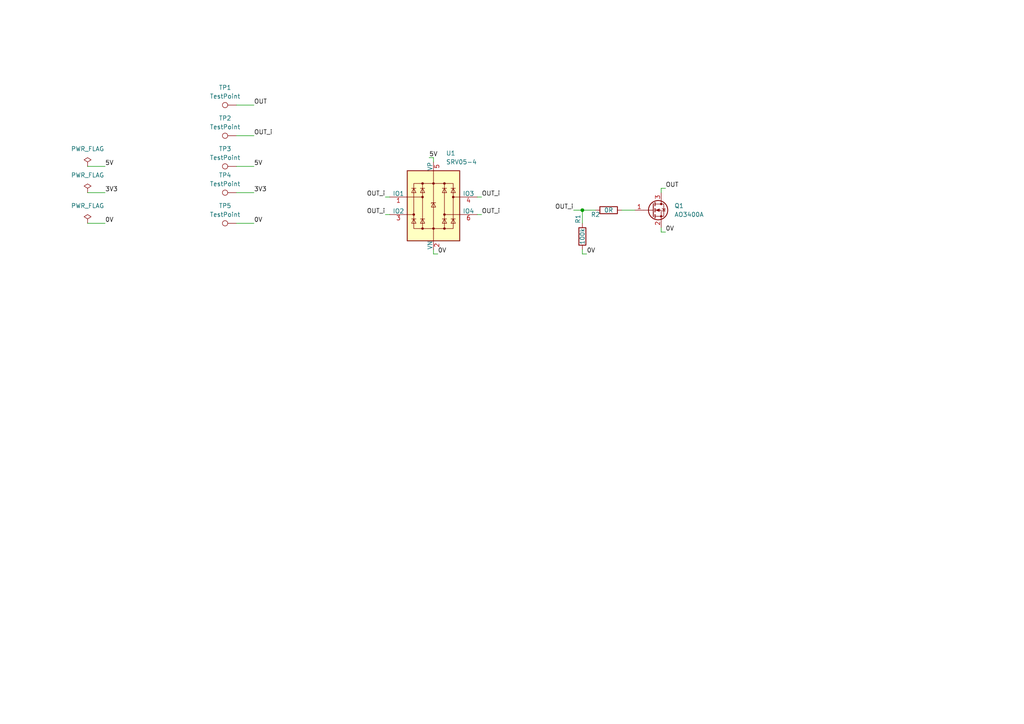
<source format=kicad_sch>
(kicad_sch (version 20231120) (generator "eeschema") (generator_version "8.0")
  (paper "A4")
  (title_block (title "OUT-Tout Ou Rien à la Masse") (date "2024-12-06") (rev "0"))
  (lib_symbols
    (symbol "Connector:TestPoint" (pin_numbers hide) (pin_names (offset 0.762) hide)
      (property "Reference" "TP" (at 0 6.858 0))
      (property "Value" "TestPoint" (at 0 5.08 0))
      (symbol "TestPoint_0_1"
        (circle (center 0 3.302) (radius 0.762))
      )
      (symbol "TestPoint_1_1"
        (pin passive line (at 0 0 90) (length 2.54) (name "1") (number "1"))
      )
    )
    (symbol "Device:R" (pin_numbers hide) (pin_names (offset 0))
      (property "Reference" "R" (at 2.032 0 90))
      (property "Value" "R" (at 0 0 90))
      (symbol "R_0_1"
        (rectangle (start -1.016 -2.54) (end 1.016 2.54) (stroke (width 0.254)))
      )
      (symbol "R_1_1"
        (pin passive line (at 0 3.81 270) (length 1.27) (name "~") (number "1"))
        (pin passive line (at 0 -3.81 90) (length 1.27) (name "~") (number "2"))
      )
    )
    (symbol "Power_Protection:SRV05-4" (pin_names (offset 0))
      (property "Reference" "U" (at -5.08 11.43 0))
      (property "Value" "SRV05-4" (at 2.54 11.43 0))
      (symbol "SRV05-4_0_0"
        (rectangle (start -5.715 6.477) (end 5.715 -6.604))
        (polyline (pts (xy -3.175 -6.604) (xy -3.175 6.477)))
        (polyline (pts (xy 3.175 6.477) (xy 3.175 -6.604)))
      )
      (symbol "SRV05-4_0_1"
        (rectangle (start -7.62 10.16) (end 7.62 -10.16) (stroke (width 0.254)) (fill (type background)))
        (circle (center -5.715 -2.54) (radius 0.2794) (fill (type outline)))
        (circle (center -3.175 -6.604) (radius 0.2794) (fill (type outline)))
        (circle (center -3.175 2.54) (radius 0.2794) (fill (type outline)))
        (circle (center -3.175 6.477) (radius 0.2794) (fill (type outline)))
        (circle (center 0 -6.604) (radius 0.2794) (fill (type outline)))
        (polyline (pts (xy -7.747 2.54) (xy -3.175 2.54)))
        (polyline (pts (xy -7.62 -2.54) (xy -5.715 -2.54)))
        (polyline (pts (xy -5.08 -3.81) (xy -6.35 -3.81)))
        (polyline (pts (xy -5.08 5.08) (xy -6.35 5.08)))
        (polyline (pts (xy -2.54 -3.81) (xy -3.81 -3.81)))
        (polyline (pts (xy -2.54 5.08) (xy -3.81 5.08)))
        (polyline (pts (xy 0 10.16) (xy 0 -10.16)))
        (polyline (pts (xy 3.81 -3.81) (xy 2.54 -3.81)))
        (polyline (pts (xy 3.81 5.08) (xy 2.54 5.08)))
        (polyline (pts (xy 6.35 -3.81) (xy 5.08 -3.81)))
        (polyline (pts (xy 6.35 5.08) (xy 5.08 5.08)))
        (polyline (pts (xy 7.62 -2.54) (xy 3.175 -2.54)))
        (polyline (pts (xy 7.62 2.54) (xy 5.715 2.54)))
        (polyline (pts (xy 0.635 0.889) (xy -0.635 0.889) (xy -0.635 0.635)))
        (polyline (pts (xy -5.08 -5.08) (xy -6.35 -5.08) (xy -5.715 -3.81) (xy -5.08 -5.08)))
        (polyline (pts (xy -5.08 3.81) (xy -6.35 3.81) (xy -5.715 5.08) (xy -5.08 3.81)))
        (polyline (pts (xy -2.54 -5.08) (xy -3.81 -5.08) (xy -3.175 -3.81) (xy -2.54 -5.08)))
        (polyline (pts (xy -2.54 3.81) (xy -3.81 3.81) (xy -3.175 5.08) (xy -2.54 3.81)))
        (polyline (pts (xy 0.635 -0.381) (xy -0.635 -0.381) (xy 0 0.889) (xy 0.635 -0.381)))
        (polyline (pts (xy 3.81 -5.08) (xy 2.54 -5.08) (xy 3.175 -3.81) (xy 3.81 -5.08)))
        (polyline (pts (xy 3.81 3.81) (xy 2.54 3.81) (xy 3.175 5.08) (xy 3.81 3.81)))
        (polyline (pts (xy 6.35 -5.08) (xy 5.08 -5.08) (xy 5.715 -3.81) (xy 6.35 -5.08)))
        (polyline (pts (xy 6.35 3.81) (xy 5.08 3.81) (xy 5.715 5.08) (xy 6.35 3.81)))
        (circle (center 0 6.477) (radius 0.2794) (fill (type outline)))
        (circle (center 3.175 -6.604) (radius 0.2794) (fill (type outline)))
        (circle (center 3.175 -2.54) (radius 0.2794) (fill (type outline)))
        (circle (center 3.175 6.477) (radius 0.2794) (fill (type outline)))
        (circle (center 5.715 2.54) (radius 0.2794) (fill (type outline)))
      )
      (symbol "SRV05-4_1_1"
        (pin passive line (at -12.7 2.54 0) (length 5.08) (name "IO1") (number "1"))
        (pin passive line (at 0 -12.7 90) (length 2.54) (name "VN") (number "2"))
        (pin passive line (at -12.7 -2.54 0) (length 5.08) (name "IO2") (number "3"))
        (pin passive line (at 12.7 2.54 180) (length 5.08) (name "IO3") (number "4"))
        (pin passive line (at 0 12.7 270) (length 2.54) (name "VP") (number "5"))
        (pin passive line (at 12.7 -2.54 180) (length 5.08) (name "IO4") (number "6"))
      )
    )
    (symbol "Transistor_FET:AO3400A" (pin_names hide)
      (property "Reference" "Q" (at 5.08 1.905 0))
      (property "Value" "AO3400A" (at 5.08 0 0))
      (symbol "AO3400A_0_1"
        (polyline (pts (xy 0.254 0) (xy -2.54 0)))
        (polyline (pts (xy 0.254 1.905) (xy 0.254 -1.905)) (stroke (width 0.254)))
        (polyline (pts (xy 0.762 -1.27) (xy 0.762 -2.286)) (stroke (width 0.254)))
        (polyline (pts (xy 0.762 0.508) (xy 0.762 -0.508)) (stroke (width 0.254)))
        (polyline (pts (xy 0.762 2.286) (xy 0.762 1.27)) (stroke (width 0.254)))
        (polyline (pts (xy 2.54 2.54) (xy 2.54 1.778)))
        (polyline (pts (xy 2.54 -2.54) (xy 2.54 0) (xy 0.762 0)))
        (polyline (pts (xy 0.762 -1.778) (xy 3.302 -1.778) (xy 3.302 1.778) (xy 0.762 1.778)))
        (polyline (pts (xy 1.016 0) (xy 2.032 0.381) (xy 2.032 -0.381) (xy 1.016 0)) (fill (type outline)))
        (polyline (pts (xy 2.794 0.508) (xy 2.921 0.381) (xy 3.683 0.381) (xy 3.81 0.254)))
        (polyline (pts (xy 3.302 0.381) (xy 2.921 -0.254) (xy 3.683 -0.254) (xy 3.302 0.381)))
        (circle (center 1.651 0) (radius 2.794) (stroke (width 0.254)))
        (circle (center 2.54 -1.778) (radius 0.254) (fill (type outline)))
        (circle (center 2.54 1.778) (radius 0.254) (fill (type outline)))
      )
      (symbol "AO3400A_1_1"
        (pin input line (at -5.08 0 0) (length 2.54) (name "G") (number "1"))
        (pin passive line (at 2.54 -5.08 90) (length 2.54) (name "S") (number "2"))
        (pin passive line (at 2.54 5.08 270) (length 2.54) (name "D") (number "3"))
      )
    )
    (symbol "power:PWR_FLAG" (power) (pin_numbers hide) (pin_names (offset 0) hide)
      (property "Value" "PWR_FLAG" (at 0 3.81 0))
      (symbol "PWR_FLAG_0_0"
        (pin power_out line (at 0 0 90) (length 0) (name "~") (number "1"))
      )
      (symbol "PWR_FLAG_0_1"
        (polyline (pts (xy 0 0) (xy 0 1.27) (xy -1.016 1.905) (xy 0 2.54) (xy 1.016 1.905) (xy 0 1.27)))
      )
    )
  )
  (junction (at 168.91 60.96))
  (wire (pts (xy 111.76 57.15) (xy 113.03 57.15)))
  (wire (pts (xy 124.46 45.72) (xy 125.73 45.72)))
  (wire (pts (xy 168.91 60.96) (xy 172.72 60.96)))
  (wire (pts (xy 166.37 60.96) (xy 168.91 60.96)))
  (wire (pts (xy 127 73.66) (xy 125.73 73.66)))
  (wire (pts (xy 138.43 57.15) (xy 139.7 57.15)))
  (wire (pts (xy 191.77 54.61) (xy 191.77 55.88)))
  (wire (pts (xy 180.34 60.96) (xy 184.15 60.96)))
  (wire (pts (xy 170.18 73.66) (xy 168.91 73.66)))
  (wire (pts (xy 68.58 64.77) (xy 73.66 64.77)))
  (wire (pts (xy 168.91 64.77) (xy 168.91 60.96)))
  (wire (pts (xy 68.58 48.26) (xy 73.66 48.26)))
  (wire (pts (xy 68.58 39.37) (xy 73.66 39.37)))
  (wire (pts (xy 191.77 67.31) (xy 191.77 66.04)))
  (wire (pts (xy 25.4 55.88) (xy 30.48 55.88)))
  (wire (pts (xy 111.76 62.23) (xy 113.03 62.23)))
  (wire (pts (xy 138.43 62.23) (xy 139.7 62.23)))
  (wire (pts (xy 193.04 54.61) (xy 191.77 54.61)))
  (wire (pts (xy 25.4 48.26) (xy 30.48 48.26)))
  (wire (pts (xy 68.58 30.48) (xy 73.66 30.48)))
  (wire (pts (xy 125.73 73.66) (xy 125.73 72.39)))
  (wire (pts (xy 193.04 67.31) (xy 191.77 67.31)))
  (wire (pts (xy 168.91 73.66) (xy 168.91 72.39)))
  (wire (pts (xy 125.73 45.72) (xy 125.73 46.99)))
  (wire (pts (xy 68.58 55.88) (xy 73.66 55.88)))
  (wire (pts (xy 25.4 64.77) (xy 30.48 64.77)))
  (label "OUT_i" (at 111.76 57.15 180))
  (label "5V" (at 30.48 48.26 0))
  (label "0V" (at 30.48 64.77 0))
  (label "0V" (at 193.04 67.31 0))
  (label "OUT_i" (at 166.37 60.96 180))
  (label "0V" (at 170.18 73.66 0))
  (label "0V" (at 73.66 64.77 0))
  (label "OUT_i" (at 111.76 62.23 180))
  (label "3V3" (at 73.66 55.88 0))
  (label "3V3" (at 30.48 55.88 0))
  (label "OUT" (at 193.04 54.61 0))
  (label "OUT_i" (at 73.66 39.37 0))
  (label "OUT_i" (at 139.7 62.23 0))
  (label "5V" (at 73.66 48.26 0))
  (label "0V" (at 127 73.66 0))
  (label "OUT_i" (at 139.7 57.15 0))
  (label "5V" (at 124.46 45.72 0))
  (label "OUT" (at 73.66 30.48 0))
  (symbol (lib_id "Device:R") (at 168.91 68.58 0) (mirror y) (unit 1)
    (property "Reference" "R1" (at 167.64 63.5 90))
    (property "Value" "100k" (at 168.91 68.58 90))
    (property "Footprint" "Resistor_SMD:R_0603_1608Metric" (effects (hide yes)))
    (property "LCSC" "C25803" (effects (hide yes)))
  )
  (symbol (lib_id "Connector:TestPoint") (at 68.58 39.37 90) (unit 1) (in_bom no)
    (property "Reference" "TP2" (at 65.278 34.29 90))
    (property "Value" "TestPoint" (at 65.278 36.83 90))
    (property "Footprint" "Chimere_comps:Pastille" (effects (hide yes)))
  )
  (symbol (lib_id "power:PWR_FLAG") (at 25.4 55.88 0) (unit 1)
    (property "Reference" "#FLG02" (effects (hide yes)))
    (property "Value" "PWR_FLAG" (at 25.4 50.8 0))
    (property "Description" "Special symbol for telling ERC where power comes from" (effects (hide yes)))
  )
  (symbol (lib_id "Connector:TestPoint") (at 68.58 55.88 90) (unit 1) (in_bom no)
    (property "Reference" "TP4" (at 65.278 50.8 90))
    (property "Value" "TestPoint" (at 65.278 53.34 90))
    (property "Footprint" "Chimere_comps:Pastille" (effects (hide yes)))
  )
  (symbol (lib_id "Device:R") (at 176.53 60.96 90) (mirror x) (unit 1)
    (property "Reference" "R2" (at 172.72 62.23 90))
    (property "Value" "0R" (at 176.53 60.96 90))
    (property "Footprint" "Resistor_SMD:R_0603_1608Metric" (effects (hide yes)))
    (property "LCSC" "C21189" (effects (hide yes)))
  )
  (symbol (lib_id "Transistor_FET:AO3400A") (at 189.23 60.96 0) (unit 1)
    (property "Reference" "Q1" (at 195.58 59.6899 0) (effects (justify left)))
    (property "Value" "AO3400A" (at 195.58 62.2299 0) (effects (justify left)))
    (property "Footprint" "Package_TO_SOT_SMD:SOT-23" (effects (hide yes)))
    (property "Datasheet" "http://www.aosmd.com/pdfs/datasheet/AO3400A.pdf" (effects (hide yes)))
    (property "Description" "30V Vds, 5.7A Id, N-Channel MOSFET, SOT-23" (effects (hide yes)))
    (property "LCSC" "C20917" (effects (hide yes)))
  )
  (symbol (lib_id "Connector:TestPoint") (at 68.58 64.77 90) (unit 1) (in_bom no)
    (property "Reference" "TP5" (at 65.278 59.69 90))
    (property "Value" "TestPoint" (at 65.278 62.23 90))
    (property "Footprint" "Chimere_comps:Pastille" (effects (hide yes)))
  )
  (symbol (lib_id "Power_Protection:SRV05-4") (at 125.73 59.69 0) (unit 1)
    (property "Reference" "U1" (at 129.3561 44.45 0) (effects (justify left)))
    (property "Value" "SRV05-4" (at 129.3561 46.99 0) (effects (justify left)))
    (property "Footprint" "Package_TO_SOT_SMD:SOT-23-6" (effects (hide yes)))
    (property "Datasheet" "http://www.onsemi.com/pub/Collateral/SRV05-4-D.PDF" (effects (hide yes)))
    (property "LCSC" "C85364" (effects (hide yes)))
  )
  (symbol (lib_id "power:PWR_FLAG") (at 25.4 64.77 0) (unit 1)
    (property "Reference" "#FLG03" (effects (hide yes)))
    (property "Value" "PWR_FLAG" (at 25.4 59.69 0))
    (property "Description" "Special symbol for telling ERC where power comes from" (effects (hide yes)))
  )
  (symbol (lib_id "power:PWR_FLAG") (at 25.4 48.26 0) (unit 1)
    (property "Reference" "#FLG01" (effects (hide yes)))
    (property "Value" "PWR_FLAG" (at 25.4 43.18 0))
    (property "Description" "Special symbol for telling ERC where power comes from" (effects (hide yes)))
  )
  (symbol (lib_id "Connector:TestPoint") (at 68.58 30.48 90) (unit 1) (in_bom no)
    (property "Reference" "TP1" (at 65.278 25.4 90))
    (property "Value" "TestPoint" (at 65.278 27.94 90))
    (property "Footprint" "Chimere_comps:Pastille" (effects (hide yes)))
  )
  (symbol (lib_id "Connector:TestPoint") (at 68.58 48.26 90) (unit 1) (in_bom no)
    (property "Reference" "TP3" (at 65.278 43.18 90))
    (property "Value" "TestPoint" (at 65.278 45.72 90))
    (property "Footprint" "Chimere_comps:Pastille" (effects (hide yes)))
  )
)
</source>
